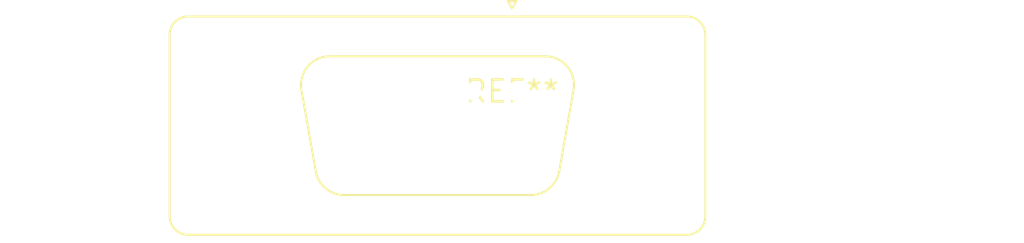
<source format=kicad_pcb>
(kicad_pcb (version 20240108) (generator pcbnew)
  (layers (0 "F.Cu" signal) (31 "B.Cu" signal) (34 "B.Paste" user) (35 "F.Paste" user) (36 "B.SilkS" user "B.Silkscreen") (37 "F.SilkS" user "F.Silkscreen") (38 "B.Mask" user) (39 "F.Mask" user) (44 "Edge.Cuts" user))
  (net 0 "")
  (footprint "DSUB-15-HD_Female_Vertical_P2.29x1.98mm_MountingHoles" (layer "F.Cu") (at 0 0)
    (property "Reference" "REF**")
    (property "Value" "DSUB-15-HD_Female_Vertical_P2.29x1.98mm_MountingHoles")
    (fp_line (start -19.8 7.23) (end -19.8 -3.27) (layer "F.SilkS") (stroke (width 0.12)))
    (fp_line (start -18.74 -4.33) (end 10.11 -4.33) (layer "F.SilkS") (stroke (width 0.12)))
    (fp_line (start -12.18147 -0.081744) (end -11.352733 4.618256) (layer "F.SilkS") (stroke (width 0.12)))
    (fp_line (start -10.546689 -2.03) (end 1.916689 -2.03) (layer "F.SilkS") (stroke (width 0.12)))
    (fp_line (start -9.717952 5.99) (end 1.087952 5.99) (layer "F.SilkS") (stroke (width 0.12)))
    (fp_line (start -0.25 -5.224338) (end 0.25 -5.224338) (layer "F.SilkS") (stroke (width 0.12)))
    (fp_line (start 0 -4.791325) (end -0.25 -5.224338) (layer "F.SilkS") (stroke (width 0.12)))
    (fp_line (start 0.25 -5.224338) (end 0 -4.791325) (layer "F.SilkS") (stroke (width 0.12)))
    (fp_line (start 3.55147 -0.081744) (end 2.722733 4.618256) (layer "F.SilkS") (stroke (width 0.12)))
    (fp_line (start 10.11 8.29) (end -18.74 8.29) (layer "F.SilkS") (stroke (width 0.12)))
    (fp_line (start 11.17 -3.27) (end 11.17 7.23) (layer "F.SilkS") (stroke (width 0.12)))
    (fp_arc (start -19.8 -3.27) (mid -19.489533 -4.019533) (end -18.74 -4.33) (layer "F.SilkS") (stroke (width 0.12)))
    (fp_arc (start -18.74 8.29) (mid -19.489533 7.979533) (end -19.8 7.23) (layer "F.SilkS") (stroke (width 0.12)))
    (fp_arc (start -12.18147 -0.081744) (mid -11.818323 -1.437028) (end -10.546689 -2.03) (layer "F.SilkS") (stroke (width 0.12)))
    (fp_arc (start -9.717952 5.99) (mid -10.784979 5.601634) (end -11.352733 4.618256) (layer "F.SilkS") (stroke (width 0.12)))
    (fp_arc (start 1.916689 -2.03) (mid 3.188323 -1.437027) (end 3.55147 -0.081744) (layer "F.SilkS") (stroke (width 0.12)))
    (fp_arc (start 2.722733 4.618256) (mid 2.15498 5.601634) (end 1.087952 5.99) (layer "F.SilkS") (stroke (width 0.12)))
    (fp_arc (start 10.11 -4.33) (mid 10.859533 -4.019533) (end 11.17 -3.27) (layer "F.SilkS") (stroke (width 0.12)))
    (fp_arc (start 11.17 7.23) (mid 10.859533 7.979533) (end 10.11 8.29) (layer "F.SilkS") (stroke (width 0.12)))
    (pad "0" thru_hole circle (at -16.815 1.98) (size 4 4) (drill 3.2) (layers *.Cu *.Mask) (remove_unused_layers))
    (pad "0" thru_hole circle (at 8.185 1.98) (size 4 4) (drill 3.2) (layers *.Cu *.Mask) (remove_unused_layers))
    (pad "1" thru_hole rect (at 0 0) (size 1.6 1.6) (drill 1) (layers *.Cu *.Mask) (remove_unused_layers))
    (pad "2" thru_hole circle (at -2.29 0) (size 1.6 1.6) (drill 1) (layers *.Cu *.Mask) (remove_unused_layers))
    (pad "3" thru_hole circle (at -4.58 0) (size 1.6 1.6) (drill 1) (layers *.Cu *.Mask) (remove_unused_layers))
    (pad "4" thru_hole circle (at -6.87 0) (size 1.6 1.6) (drill 1) (layers *.Cu *.Mask) (remove_unused_layers))
    (pad "5" thru_hole circle (at -9.16 0) (size 1.6 1.6) (drill 1) (layers *.Cu *.Mask) (remove_unused_layers))
    (pad "6" thru_hole circle (at 1.145 1.98) (size 1.6 1.6) (drill 1) (layers *.Cu *.Mask) (remove_unused_layers))
    (pad "7" thru_hole circle (at -1.145 1.98) (size 1.6 1.6) (drill 1) (layers *.Cu *.Mask) (remove_unused_layers))
    (pad "8" thru_hole circle (at -3.435 1.98) (size 1.6 1.6) (drill 1) (layers *.Cu *.Mask) (remove_unused_layers))
    (pad "9" thru_hole circle (at -5.725 1.98) (size 1.6 1.6) (drill 1) (layers *.Cu *.Mask) (remove_unused_layers))
    (pad "10" thru_hole circle (at -8.015 1.98) (size 1.6 1.6) (drill 1) (layers *.Cu *.Mask) (remove_unused_layers))
    (pad "11" thru_hole circle (at 0 3.96) (size 1.6 1.6) (drill 1) (layers *.Cu *.Mask) (remove_unused_layers))
    (pad "12" thru_hole circle (at -2.29 3.96) (size 1.6 1.6) (drill 1) (layers *.Cu *.Mask) (remove_unused_layers))
    (pad "13" thru_hole circle (at -4.58 3.96) (size 1.6 1.6) (drill 1) (layers *.Cu *.Mask) (remove_unused_layers))
    (pad "14" thru_hole circle (at -6.87 3.96) (size 1.6 1.6) (drill 1) (layers *.Cu *.Mask) (remove_unused_layers))
    (pad "15" thru_hole circle (at -9.16 3.96) (size 1.6 1.6) (drill 1) (layers *.Cu *.Mask) (remove_unused_layers))
  )
)
</source>
